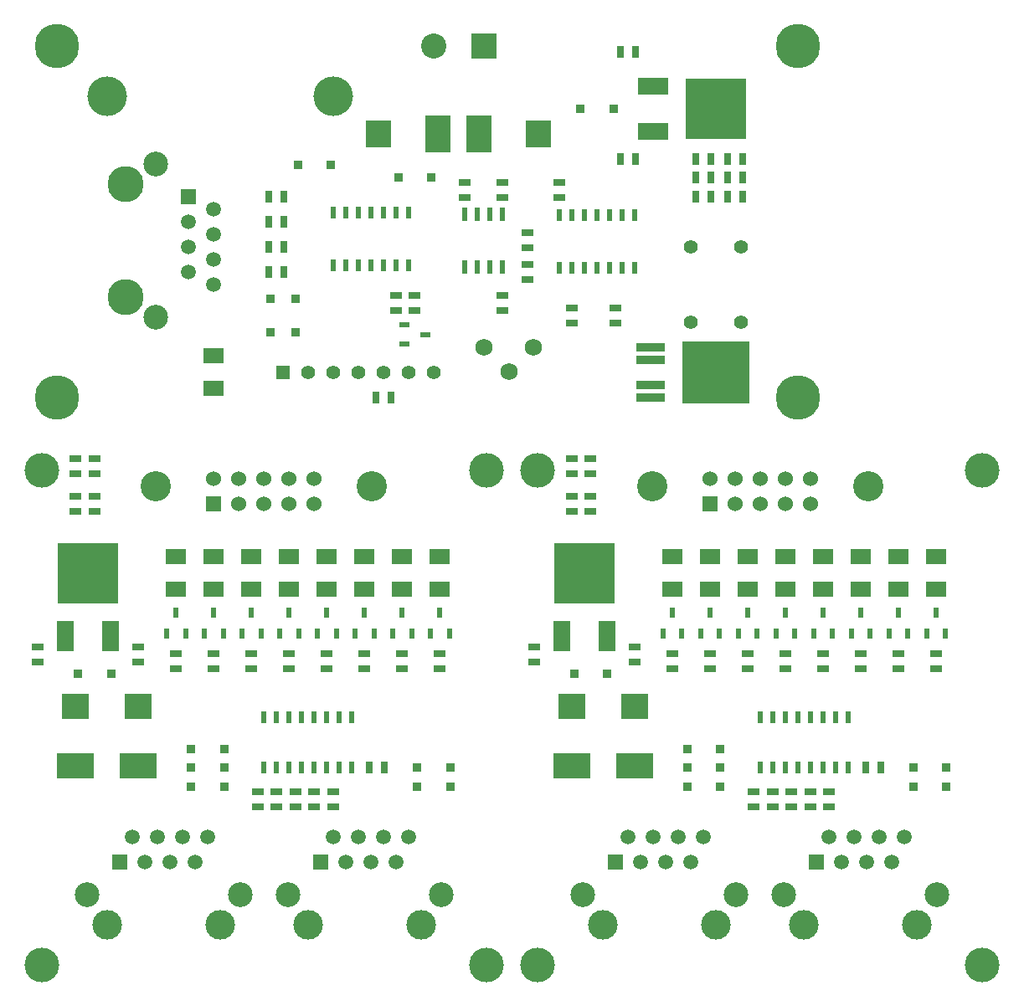
<source format=gts>
G04 (created by PCBNEW (2013-may-18)-stable) date Wed 22 Oct 2014 04:52:23 PM CEST*
%MOIN*%
G04 Gerber Fmt 3.4, Leading zero omitted, Abs format*
%FSLAX34Y34*%
G01*
G70*
G90*
G04 APERTURE LIST*
%ADD10C,0.00590551*%
%ADD11R,0.045X0.025*%
%ADD12R,0.0335X0.0335*%
%ADD13R,0.1063X0.1004*%
%ADD14R,0.1496X0.1004*%
%ADD15R,0.065X0.12*%
%ADD16R,0.24X0.24*%
%ADD17R,0.025X0.045*%
%ADD18R,0.08X0.06*%
%ADD19R,0.02X0.045*%
%ADD20R,0.0236X0.0394*%
%ADD21C,0.12*%
%ADD22R,0.06X0.06*%
%ADD23C,0.06*%
%ADD24C,0.137795*%
%ADD25C,0.11811*%
%ADD26R,0.0591X0.0591*%
%ADD27C,0.0591*%
%ADD28C,0.0984252*%
%ADD29C,0.0689*%
%ADD30C,0.055*%
%ADD31R,0.0394X0.0236*%
%ADD32R,0.0236X0.0551*%
%ADD33C,0.1437*%
%ADD34R,0.12X0.065*%
%ADD35R,0.1004X0.1063*%
%ADD36R,0.1004X0.1496*%
%ADD37R,0.1X0.1*%
%ADD38C,0.1*%
%ADD39R,0.055X0.055*%
%ADD40C,0.177165*%
%ADD41R,0.2677X0.2461*%
%ADD42R,0.1181X0.0319*%
%ADD43C,0.1575*%
G04 APERTURE END LIST*
G54D10*
G54D11*
X52750Y-77950D03*
X52750Y-78550D03*
X55000Y-78550D03*
X55000Y-77950D03*
X53500Y-78550D03*
X53500Y-77950D03*
X54250Y-78550D03*
X54250Y-77950D03*
X55750Y-78550D03*
X55750Y-77950D03*
G54D12*
X51409Y-77000D03*
X50091Y-77000D03*
X59091Y-77000D03*
X60409Y-77000D03*
X51409Y-76250D03*
X50091Y-76250D03*
X51409Y-77750D03*
X50091Y-77750D03*
X59091Y-77750D03*
X60409Y-77750D03*
G54D11*
X48000Y-72200D03*
X48000Y-72800D03*
G54D13*
X45500Y-74569D03*
G54D14*
X45500Y-76931D03*
G54D15*
X45100Y-71750D03*
G54D16*
X46000Y-69250D03*
G54D15*
X46900Y-71750D03*
G54D11*
X51000Y-72450D03*
X51000Y-73050D03*
X49500Y-72450D03*
X49500Y-73050D03*
X52500Y-72450D03*
X52500Y-73050D03*
G54D17*
X57200Y-77000D03*
X57800Y-77000D03*
G54D11*
X45500Y-65300D03*
X45500Y-64700D03*
X54000Y-72450D03*
X54000Y-73050D03*
X45500Y-66800D03*
X45500Y-66200D03*
X46250Y-65300D03*
X46250Y-64700D03*
X55500Y-72450D03*
X55500Y-73050D03*
X57000Y-72450D03*
X57000Y-73050D03*
X58500Y-72450D03*
X58500Y-73050D03*
X44000Y-72200D03*
X44000Y-72800D03*
X60000Y-72450D03*
X60000Y-73050D03*
X46250Y-66800D03*
X46250Y-66200D03*
G54D18*
X49500Y-69900D03*
X49500Y-68600D03*
X60000Y-69900D03*
X60000Y-68600D03*
X58500Y-69900D03*
X58500Y-68600D03*
X57000Y-69900D03*
X57000Y-68600D03*
X51000Y-69900D03*
X51000Y-68600D03*
X54000Y-69900D03*
X54000Y-68600D03*
X52500Y-69900D03*
X52500Y-68600D03*
X55500Y-69900D03*
X55500Y-68600D03*
G54D19*
X56500Y-75000D03*
X56000Y-75000D03*
X55500Y-75000D03*
X55000Y-75000D03*
X54500Y-75000D03*
X54000Y-75000D03*
X53500Y-75000D03*
X53000Y-75000D03*
X53000Y-77000D03*
X53500Y-77000D03*
X54000Y-77000D03*
X54500Y-77000D03*
X55000Y-77000D03*
X55500Y-77000D03*
X56000Y-77000D03*
X56500Y-77000D03*
G54D12*
X45591Y-73250D03*
X46909Y-73250D03*
G54D20*
X53625Y-71666D03*
X54000Y-70834D03*
X54375Y-71666D03*
X55125Y-71666D03*
X55500Y-70834D03*
X55875Y-71666D03*
X56625Y-71666D03*
X57000Y-70834D03*
X57375Y-71666D03*
X49125Y-71666D03*
X49500Y-70834D03*
X49875Y-71666D03*
X58125Y-71666D03*
X58500Y-70834D03*
X58875Y-71666D03*
X52125Y-71666D03*
X52500Y-70834D03*
X52875Y-71666D03*
X59625Y-71666D03*
X60000Y-70834D03*
X60375Y-71666D03*
X50625Y-71666D03*
X51000Y-70834D03*
X51375Y-71666D03*
G54D13*
X48000Y-74569D03*
G54D14*
X48000Y-76931D03*
G54D21*
X57300Y-65800D03*
X48700Y-65800D03*
G54D22*
X51000Y-66500D03*
G54D23*
X51000Y-65500D03*
X52000Y-66500D03*
X52000Y-65500D03*
X53000Y-66500D03*
X53000Y-65500D03*
X54000Y-66500D03*
X54000Y-65500D03*
X55000Y-66500D03*
X55000Y-65500D03*
G54D24*
X61850Y-65150D03*
X61850Y-84850D03*
X44150Y-84850D03*
X44150Y-65150D03*
G54D25*
X51250Y-83250D03*
X46750Y-83250D03*
G54D26*
X47250Y-80750D03*
G54D27*
X47750Y-79750D03*
X48250Y-80750D03*
X48750Y-79750D03*
X49250Y-80750D03*
X49750Y-79750D03*
X50250Y-80750D03*
X50750Y-79750D03*
G54D28*
X45950Y-82049D03*
X52050Y-82049D03*
G54D25*
X59250Y-83250D03*
X54750Y-83250D03*
G54D26*
X55250Y-80750D03*
G54D27*
X55750Y-79750D03*
X56250Y-80750D03*
X56750Y-79750D03*
X57250Y-80750D03*
X57750Y-79750D03*
X58250Y-80750D03*
X58750Y-79750D03*
G54D28*
X53950Y-82049D03*
X60050Y-82049D03*
G54D25*
X39500Y-83250D03*
X35000Y-83250D03*
G54D26*
X35500Y-80750D03*
G54D27*
X36000Y-79750D03*
X36500Y-80750D03*
X37000Y-79750D03*
X37500Y-80750D03*
X38000Y-79750D03*
X38500Y-80750D03*
X39000Y-79750D03*
G54D28*
X34200Y-82049D03*
X40300Y-82049D03*
G54D25*
X31500Y-83250D03*
X27000Y-83250D03*
G54D26*
X27500Y-80750D03*
G54D27*
X28000Y-79750D03*
X28500Y-80750D03*
X29000Y-79750D03*
X29500Y-80750D03*
X30000Y-79750D03*
X30500Y-80750D03*
X31000Y-79750D03*
G54D28*
X26200Y-82049D03*
X32300Y-82049D03*
G54D24*
X24400Y-65150D03*
X24400Y-84850D03*
X42100Y-84850D03*
X42100Y-65150D03*
G54D21*
X37550Y-65800D03*
X28950Y-65800D03*
G54D22*
X31250Y-66500D03*
G54D23*
X31250Y-65500D03*
X32250Y-66500D03*
X32250Y-65500D03*
X33250Y-66500D03*
X33250Y-65500D03*
X34250Y-66500D03*
X34250Y-65500D03*
X35250Y-66500D03*
X35250Y-65500D03*
G54D13*
X28250Y-74569D03*
G54D14*
X28250Y-76931D03*
G54D20*
X30875Y-71666D03*
X31250Y-70834D03*
X31625Y-71666D03*
X39875Y-71666D03*
X40250Y-70834D03*
X40625Y-71666D03*
X32375Y-71666D03*
X32750Y-70834D03*
X33125Y-71666D03*
X38375Y-71666D03*
X38750Y-70834D03*
X39125Y-71666D03*
X29375Y-71666D03*
X29750Y-70834D03*
X30125Y-71666D03*
X36875Y-71666D03*
X37250Y-70834D03*
X37625Y-71666D03*
X35375Y-71666D03*
X35750Y-70834D03*
X36125Y-71666D03*
X33875Y-71666D03*
X34250Y-70834D03*
X34625Y-71666D03*
G54D12*
X25841Y-73250D03*
X27159Y-73250D03*
G54D19*
X36750Y-75000D03*
X36250Y-75000D03*
X35750Y-75000D03*
X35250Y-75000D03*
X34750Y-75000D03*
X34250Y-75000D03*
X33750Y-75000D03*
X33250Y-75000D03*
X33250Y-77000D03*
X33750Y-77000D03*
X34250Y-77000D03*
X34750Y-77000D03*
X35250Y-77000D03*
X35750Y-77000D03*
X36250Y-77000D03*
X36750Y-77000D03*
G54D18*
X35750Y-69900D03*
X35750Y-68600D03*
X32750Y-69900D03*
X32750Y-68600D03*
X34250Y-69900D03*
X34250Y-68600D03*
X31250Y-69900D03*
X31250Y-68600D03*
X37250Y-69900D03*
X37250Y-68600D03*
X38750Y-69900D03*
X38750Y-68600D03*
X40250Y-69900D03*
X40250Y-68600D03*
X29750Y-69900D03*
X29750Y-68600D03*
G54D11*
X26500Y-66800D03*
X26500Y-66200D03*
X40250Y-72450D03*
X40250Y-73050D03*
X24250Y-72200D03*
X24250Y-72800D03*
X38750Y-72450D03*
X38750Y-73050D03*
X37250Y-72450D03*
X37250Y-73050D03*
X35750Y-72450D03*
X35750Y-73050D03*
X26500Y-65300D03*
X26500Y-64700D03*
X25750Y-66800D03*
X25750Y-66200D03*
X34250Y-72450D03*
X34250Y-73050D03*
X25750Y-65300D03*
X25750Y-64700D03*
G54D17*
X37450Y-77000D03*
X38050Y-77000D03*
G54D11*
X32750Y-72450D03*
X32750Y-73050D03*
X29750Y-72450D03*
X29750Y-73050D03*
X31250Y-72450D03*
X31250Y-73050D03*
G54D15*
X25350Y-71750D03*
G54D16*
X26250Y-69250D03*
G54D15*
X27150Y-71750D03*
G54D13*
X25750Y-74569D03*
G54D14*
X25750Y-76931D03*
G54D11*
X28250Y-72200D03*
X28250Y-72800D03*
G54D12*
X39341Y-77750D03*
X40659Y-77750D03*
X31659Y-77750D03*
X30341Y-77750D03*
X31659Y-76250D03*
X30341Y-76250D03*
X39341Y-77000D03*
X40659Y-77000D03*
X31659Y-77000D03*
X30341Y-77000D03*
G54D11*
X36000Y-78550D03*
X36000Y-77950D03*
X34500Y-78550D03*
X34500Y-77950D03*
X33750Y-78550D03*
X33750Y-77950D03*
X35250Y-78550D03*
X35250Y-77950D03*
X33000Y-77950D03*
X33000Y-78550D03*
G54D29*
X43984Y-60258D03*
X43000Y-61242D03*
X42016Y-60258D03*
G54D30*
X50250Y-56250D03*
X52250Y-56250D03*
X50250Y-59250D03*
X52250Y-59250D03*
G54D31*
X38834Y-59375D03*
X39666Y-59750D03*
X38834Y-60125D03*
G54D12*
X47159Y-50750D03*
X45841Y-50750D03*
G54D32*
X42750Y-57050D03*
X42750Y-54950D03*
X42250Y-57050D03*
X41750Y-57050D03*
X41250Y-57050D03*
X42250Y-54950D03*
X41750Y-54950D03*
X41250Y-54950D03*
G54D18*
X31250Y-60600D03*
X31250Y-61900D03*
G54D17*
X51700Y-54250D03*
X52300Y-54250D03*
G54D11*
X45500Y-58700D03*
X45500Y-59300D03*
X42750Y-58200D03*
X42750Y-58800D03*
X47250Y-58700D03*
X47250Y-59300D03*
G54D17*
X50450Y-54250D03*
X51050Y-54250D03*
G54D11*
X42750Y-53700D03*
X42750Y-54300D03*
X39250Y-58200D03*
X39250Y-58800D03*
X43750Y-55700D03*
X43750Y-56300D03*
X43750Y-56950D03*
X43750Y-57550D03*
X45000Y-54300D03*
X45000Y-53700D03*
G54D17*
X37700Y-62250D03*
X38300Y-62250D03*
G54D11*
X38500Y-58200D03*
X38500Y-58800D03*
G54D17*
X48050Y-48500D03*
X47450Y-48500D03*
G54D11*
X41250Y-53700D03*
X41250Y-54300D03*
G54D17*
X51700Y-53500D03*
X52300Y-53500D03*
X50450Y-53500D03*
X51050Y-53500D03*
X51700Y-52750D03*
X52300Y-52750D03*
X50450Y-52750D03*
X51050Y-52750D03*
X48050Y-52750D03*
X47450Y-52750D03*
G54D33*
X27750Y-58250D03*
X27750Y-53750D03*
G54D26*
X30250Y-54250D03*
G54D27*
X31250Y-54750D03*
X30250Y-55250D03*
X31250Y-55750D03*
X30250Y-56250D03*
X31250Y-56750D03*
X30250Y-57250D03*
X31250Y-57750D03*
G54D28*
X28950Y-52950D03*
X28950Y-59050D03*
G54D34*
X48750Y-49850D03*
G54D16*
X51250Y-50750D03*
G54D34*
X48750Y-51650D03*
G54D35*
X44181Y-51750D03*
G54D36*
X41819Y-51750D03*
G54D35*
X37819Y-51750D03*
G54D36*
X40181Y-51750D03*
G54D37*
X42000Y-48250D03*
G54D38*
X40000Y-48250D03*
G54D19*
X39000Y-54900D03*
X38500Y-54900D03*
X38000Y-54900D03*
X37500Y-54900D03*
X37000Y-54900D03*
X36500Y-54900D03*
X36000Y-54900D03*
X36000Y-57000D03*
X36500Y-57000D03*
X37000Y-57000D03*
X37500Y-57000D03*
X38000Y-57000D03*
X38500Y-57000D03*
X39000Y-57000D03*
G54D39*
X34000Y-61250D03*
G54D30*
X35000Y-61250D03*
X36000Y-61250D03*
X37000Y-61250D03*
X38000Y-61250D03*
X39000Y-61250D03*
X40000Y-61250D03*
G54D40*
X25000Y-48250D03*
X54500Y-48250D03*
X54500Y-62250D03*
X25000Y-62250D03*
G54D12*
X38591Y-53500D03*
X39909Y-53500D03*
X35909Y-53000D03*
X34591Y-53000D03*
X33500Y-58341D03*
X33500Y-59659D03*
X34500Y-58341D03*
X34500Y-59659D03*
G54D17*
X34050Y-54250D03*
X33450Y-54250D03*
X34050Y-55250D03*
X33450Y-55250D03*
X34050Y-56250D03*
X33450Y-56250D03*
X34050Y-57250D03*
X33450Y-57250D03*
G54D19*
X45000Y-57100D03*
X45500Y-57100D03*
X46000Y-57100D03*
X46500Y-57100D03*
X47000Y-57100D03*
X47500Y-57100D03*
X48000Y-57100D03*
X48000Y-55000D03*
X47500Y-55000D03*
X47000Y-55000D03*
X46500Y-55000D03*
X46000Y-55000D03*
X45500Y-55000D03*
X45000Y-55000D03*
G54D41*
X51250Y-61250D03*
G54D42*
X48652Y-60250D03*
X48652Y-60750D03*
X48652Y-61750D03*
X48652Y-62250D03*
G54D43*
X27000Y-50250D03*
X36000Y-50250D03*
M02*

</source>
